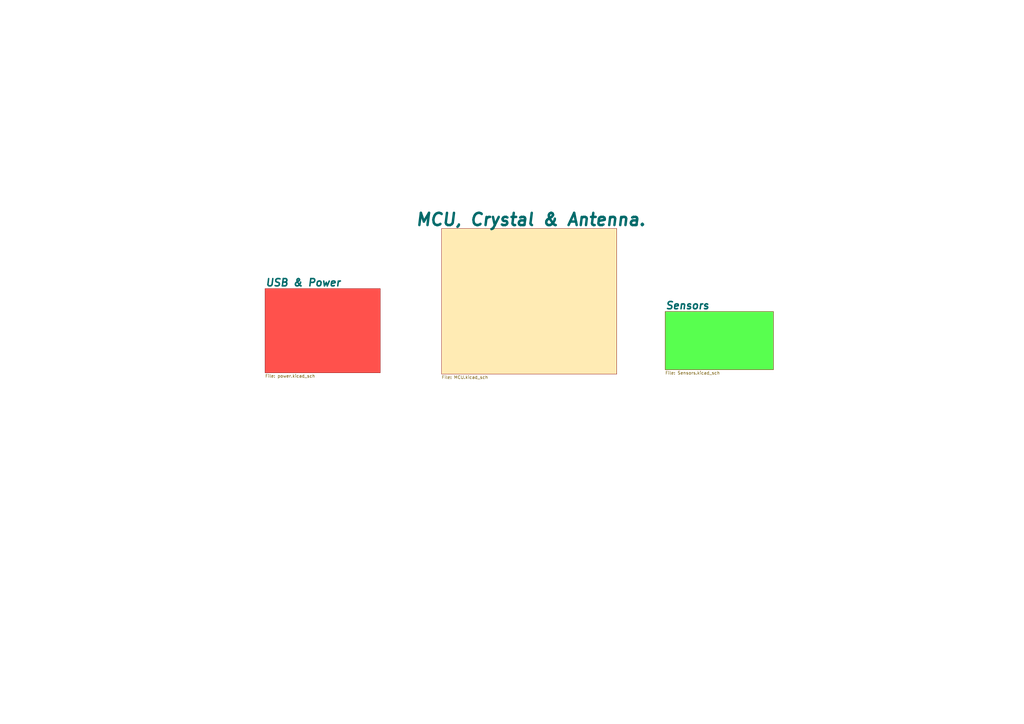
<source format=kicad_sch>
(kicad_sch (version 20211123) (generator eeschema)
  (paper "A3")
  (lib_symbols)
  (sheet (at 272.796 127.762) (size 44.45 23.876) (stroke (width 0.1524)) (fill (color 88 255 79 1.0000))
    (property "Sheet name" "Sensors" (at 272.796 127.0504 0) (effects (font (size 3 3) bold italic) (justify left bottom)))
    (property "Sheet file" "Sensors.kicad_sch" (at 272.796 152.2226 0) (effects (justify left top)))
  )
  (sheet (at 181.102 93.726) (size 71.882 59.69) (stroke (width 0.1524)) (fill (color 255 235 180 1.0000))
    (property "Sheet name" "MCU, Crystal & Antenna." (at 170.18 92.964 0) (effects (font (size 5 5) bold italic) (justify left bottom)))
    (property "Sheet file" "MCU.kicad_sch" (at 181.102 154.0006 0) (effects (justify left top)))
  )
  (sheet (at 108.712 118.364) (size 47.244 34.544) (stroke (width 0.1524)) (fill (color 255 81 76 1.0000))
    (property "Sheet name" "USB & Power" (at 108.712 117.6524 0) (effects (font (size 3 3) bold italic) (justify left bottom)))
    (property "Sheet file" "power.kicad_sch" (at 108.712 153.4926 0) (effects (justify left top)))
  )
)
</source>
